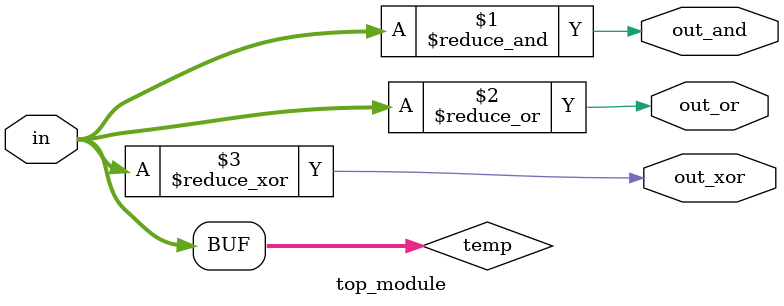
<source format=sv>
module top_module (
    input [3:0] in,
    output out_and,
    output out_or,
    output out_xor
);

wire [3:0] temp;
assign temp = in;

assign out_and = &temp;
assign out_or = |temp;
assign out_xor = ^temp;

endmodule

</source>
